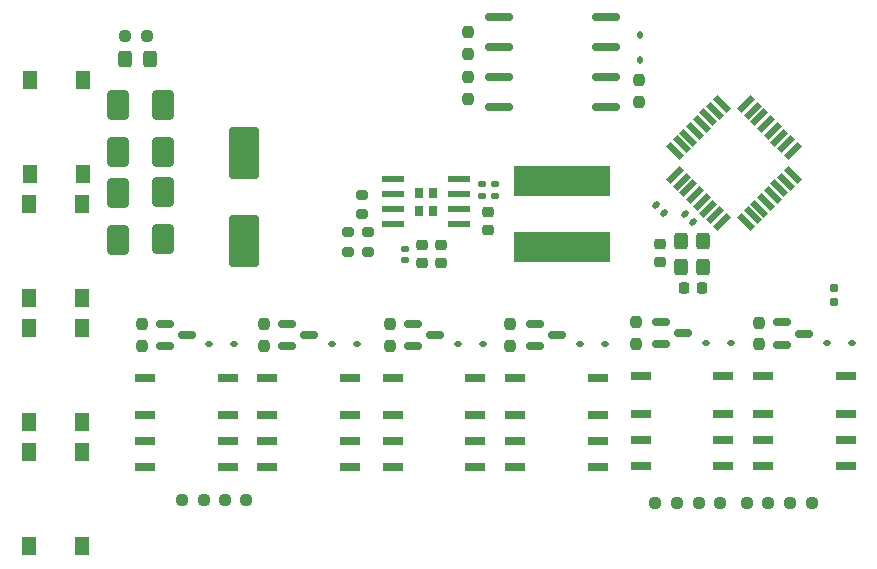
<source format=gbr>
%TF.GenerationSoftware,KiCad,Pcbnew,7.0.11*%
%TF.CreationDate,2024-05-04T00:10:21+02:00*%
%TF.ProjectId,OS-servoDriver_relay,4f532d73-6572-4766-9f44-72697665725f,rev?*%
%TF.SameCoordinates,Original*%
%TF.FileFunction,Paste,Top*%
%TF.FilePolarity,Positive*%
%FSLAX46Y46*%
G04 Gerber Fmt 4.6, Leading zero omitted, Abs format (unit mm)*
G04 Created by KiCad (PCBNEW 7.0.11) date 2024-05-04 00:10:21*
%MOMM*%
%LPD*%
G01*
G04 APERTURE LIST*
G04 Aperture macros list*
%AMRoundRect*
0 Rectangle with rounded corners*
0 $1 Rounding radius*
0 $2 $3 $4 $5 $6 $7 $8 $9 X,Y pos of 4 corners*
0 Add a 4 corners polygon primitive as box body*
4,1,4,$2,$3,$4,$5,$6,$7,$8,$9,$2,$3,0*
0 Add four circle primitives for the rounded corners*
1,1,$1+$1,$2,$3*
1,1,$1+$1,$4,$5*
1,1,$1+$1,$6,$7*
1,1,$1+$1,$8,$9*
0 Add four rect primitives between the rounded corners*
20,1,$1+$1,$2,$3,$4,$5,0*
20,1,$1+$1,$4,$5,$6,$7,0*
20,1,$1+$1,$6,$7,$8,$9,0*
20,1,$1+$1,$8,$9,$2,$3,0*%
%AMRotRect*
0 Rectangle, with rotation*
0 The origin of the aperture is its center*
0 $1 length*
0 $2 width*
0 $3 Rotation angle, in degrees counterclockwise*
0 Add horizontal line*
21,1,$1,$2,0,0,$3*%
G04 Aperture macros list end*
%ADD10RoundRect,0.140000X0.219203X0.021213X0.021213X0.219203X-0.219203X-0.021213X-0.021213X-0.219203X0*%
%ADD11RoundRect,0.237500X0.237500X-0.250000X0.237500X0.250000X-0.237500X0.250000X-0.237500X-0.250000X0*%
%ADD12RoundRect,0.112500X-0.187500X-0.112500X0.187500X-0.112500X0.187500X0.112500X-0.187500X0.112500X0*%
%ADD13RoundRect,0.225000X-0.250000X0.225000X-0.250000X-0.225000X0.250000X-0.225000X0.250000X0.225000X0*%
%ADD14RoundRect,0.140000X0.170000X-0.140000X0.170000X0.140000X-0.170000X0.140000X-0.170000X-0.140000X0*%
%ADD15RoundRect,0.250000X0.650000X-1.000000X0.650000X1.000000X-0.650000X1.000000X-0.650000X-1.000000X0*%
%ADD16RoundRect,0.112500X0.112500X-0.187500X0.112500X0.187500X-0.112500X0.187500X-0.112500X-0.187500X0*%
%ADD17RoundRect,0.225000X0.250000X-0.225000X0.250000X0.225000X-0.250000X0.225000X-0.250000X-0.225000X0*%
%ADD18R,1.800000X0.800000*%
%ADD19RoundRect,0.250000X-0.650000X1.000000X-0.650000X-1.000000X0.650000X-1.000000X0.650000X1.000000X0*%
%ADD20RoundRect,0.160000X0.160000X-0.197500X0.160000X0.197500X-0.160000X0.197500X-0.160000X-0.197500X0*%
%ADD21RoundRect,0.237500X0.250000X0.237500X-0.250000X0.237500X-0.250000X-0.237500X0.250000X-0.237500X0*%
%ADD22R,1.300000X1.550000*%
%ADD23R,1.910000X0.610000*%
%ADD24R,0.723000X0.930000*%
%ADD25RoundRect,0.250000X-1.000000X1.950000X-1.000000X-1.950000X1.000000X-1.950000X1.000000X1.950000X0*%
%ADD26RoundRect,0.150000X-0.587500X-0.150000X0.587500X-0.150000X0.587500X0.150000X-0.587500X0.150000X0*%
%ADD27RoundRect,0.200000X0.275000X-0.200000X0.275000X0.200000X-0.275000X0.200000X-0.275000X-0.200000X0*%
%ADD28R,8.200000X2.600000*%
%ADD29RoundRect,0.162500X1.012500X0.162500X-1.012500X0.162500X-1.012500X-0.162500X1.012500X-0.162500X0*%
%ADD30RoundRect,0.300000X-0.300000X0.400000X-0.300000X-0.400000X0.300000X-0.400000X0.300000X0.400000X0*%
%ADD31RotRect,1.600000X0.550000X45.000000*%
%ADD32RotRect,1.600000X0.550000X135.000000*%
%ADD33RoundRect,0.225000X-0.225000X-0.250000X0.225000X-0.250000X0.225000X0.250000X-0.225000X0.250000X0*%
%ADD34RoundRect,0.200000X-0.275000X0.200000X-0.275000X-0.200000X0.275000X-0.200000X0.275000X0.200000X0*%
%ADD35RoundRect,0.237500X-0.250000X-0.237500X0.250000X-0.237500X0.250000X0.237500X-0.250000X0.237500X0*%
%ADD36RoundRect,0.250000X0.325000X0.450000X-0.325000X0.450000X-0.325000X-0.450000X0.325000X-0.450000X0*%
G04 APERTURE END LIST*
D10*
%TO.C,C204*%
X227923411Y-123275411D03*
X227244589Y-122596589D03*
%TD*%
D11*
%TO.C,R703*%
X183769000Y-134516500D03*
X183769000Y-132691500D03*
%TD*%
D12*
%TO.C,D801*%
X210532000Y-134366000D03*
X212632000Y-134366000D03*
%TD*%
D13*
%TO.C,C901*%
X213025500Y-123177000D03*
X213025500Y-124727000D03*
%TD*%
D14*
%TO.C,C906*%
X206040500Y-127224000D03*
X206040500Y-126264000D03*
%TD*%
D15*
%TO.C,D1101*%
X185547000Y-118108000D03*
X185547000Y-114108000D03*
%TD*%
D16*
%TO.C,D1001*%
X225937000Y-110293000D03*
X225937000Y-108193000D03*
%TD*%
D17*
%TO.C,C201*%
X227641990Y-127429583D03*
X227641990Y-125879583D03*
%TD*%
D18*
%TO.C,K802*%
X215323646Y-137200000D03*
X215323646Y-140400000D03*
X215323646Y-142600000D03*
X215323646Y-144800000D03*
X222323646Y-144800000D03*
X222323646Y-142600000D03*
X222323646Y-140400000D03*
X222323646Y-137200000D03*
%TD*%
%TO.C,K701*%
X184000000Y-137200000D03*
X184000000Y-140400000D03*
X184000000Y-142600000D03*
X184000000Y-144800000D03*
X191000000Y-144800000D03*
X191000000Y-142600000D03*
X191000000Y-140400000D03*
X191000000Y-137200000D03*
%TD*%
D19*
%TO.C,D1103*%
X185527000Y-121474000D03*
X185527000Y-125474000D03*
%TD*%
D14*
%TO.C,C902*%
X212517500Y-121793000D03*
X212517500Y-120833000D03*
%TD*%
D20*
%TO.C,R202*%
X242316000Y-130772500D03*
X242316000Y-129577500D03*
%TD*%
D11*
%TO.C,R803*%
X204724000Y-134516500D03*
X204724000Y-132691500D03*
%TD*%
D21*
%TO.C,R201*%
X184181000Y-108245000D03*
X182356000Y-108245000D03*
%TD*%
D22*
%TO.C,SW604*%
X174250000Y-119975000D03*
X174250000Y-112025000D03*
X178750000Y-119975000D03*
X178750000Y-112025000D03*
%TD*%
D23*
%TO.C,U901*%
X210566000Y-124206000D03*
X210566000Y-122936000D03*
X210566000Y-121666000D03*
X210566000Y-120396000D03*
X205006000Y-120396000D03*
X205006000Y-121666000D03*
X205006000Y-122936000D03*
X205006000Y-124206000D03*
D24*
X208388500Y-123076000D03*
X208388500Y-121526000D03*
X207183500Y-123076000D03*
X207183500Y-121526000D03*
%TD*%
D18*
%TO.C,K901*%
X225973646Y-137099000D03*
X225973646Y-140299000D03*
X225973646Y-142499000D03*
X225973646Y-144699000D03*
X232973646Y-144699000D03*
X232973646Y-142499000D03*
X232973646Y-140299000D03*
X232973646Y-137099000D03*
%TD*%
D25*
%TO.C,C1101*%
X192405000Y-118203000D03*
X192405000Y-125603000D03*
%TD*%
D22*
%TO.C,SW601*%
X174153000Y-151475000D03*
X174153000Y-143525000D03*
X178653000Y-151475000D03*
X178653000Y-143525000D03*
%TD*%
D26*
%TO.C,Q802*%
X216994500Y-132654000D03*
X216994500Y-134554000D03*
X218869500Y-133604000D03*
%TD*%
D27*
%TO.C,R901*%
X201214500Y-126555000D03*
X201214500Y-124905000D03*
%TD*%
D17*
%TO.C,C905*%
X209088500Y-127521000D03*
X209088500Y-125971000D03*
%TD*%
D21*
%TO.C,R905*%
X240458000Y-147828000D03*
X238633000Y-147828000D03*
%TD*%
D11*
%TO.C,R704*%
X194056000Y-134516500D03*
X194056000Y-132691500D03*
%TD*%
%TO.C,R907*%
X235966000Y-134389500D03*
X235966000Y-132564500D03*
%TD*%
D28*
%TO.C,L901*%
X219329000Y-120517000D03*
X219329000Y-126117000D03*
%TD*%
D26*
%TO.C,Q901*%
X227711000Y-132466000D03*
X227711000Y-134366000D03*
X229586000Y-133416000D03*
%TD*%
D12*
%TO.C,D701*%
X189450000Y-134366000D03*
X191550000Y-134366000D03*
%TD*%
D29*
%TO.C,U1001*%
X223012000Y-114300000D03*
X223012000Y-111760000D03*
X223012000Y-109220000D03*
X223012000Y-106680000D03*
X213962000Y-106680000D03*
X213962000Y-109220000D03*
X213962000Y-111760000D03*
X213962000Y-114300000D03*
%TD*%
D27*
%TO.C,R902*%
X202357500Y-123380000D03*
X202357500Y-121730000D03*
%TD*%
D21*
%TO.C,R802*%
X232711000Y-147828000D03*
X230886000Y-147828000D03*
%TD*%
D12*
%TO.C,D702*%
X199864000Y-134366000D03*
X201964000Y-134366000D03*
%TD*%
D11*
%TO.C,R1001*%
X225810000Y-113838500D03*
X225810000Y-112013500D03*
%TD*%
D18*
%TO.C,K702*%
X194350000Y-137200000D03*
X194350000Y-140400000D03*
X194350000Y-142600000D03*
X194350000Y-144800000D03*
X201350000Y-144800000D03*
X201350000Y-142600000D03*
X201350000Y-140400000D03*
X201350000Y-137200000D03*
%TD*%
D21*
%TO.C,R702*%
X192579000Y-147574000D03*
X190754000Y-147574000D03*
%TD*%
D11*
%TO.C,R906*%
X225600500Y-134328500D03*
X225600500Y-132503500D03*
%TD*%
D30*
%TO.C,Y201*%
X229392990Y-125597583D03*
X229392990Y-127797583D03*
X231292990Y-127797583D03*
X231292990Y-125597583D03*
%TD*%
D18*
%TO.C,K902*%
X236323646Y-137099000D03*
X236323646Y-140299000D03*
X236323646Y-142499000D03*
X236323646Y-144699000D03*
X243323646Y-144699000D03*
X243323646Y-142499000D03*
X243323646Y-140299000D03*
X243323646Y-137099000D03*
%TD*%
D26*
%TO.C,Q702*%
X196039500Y-132654000D03*
X196039500Y-134554000D03*
X197914500Y-133604000D03*
%TD*%
D22*
%TO.C,SW602*%
X174153000Y-140975000D03*
X174153000Y-133025000D03*
X178653000Y-140975000D03*
X178653000Y-133025000D03*
%TD*%
D14*
%TO.C,C903*%
X213660500Y-121793000D03*
X213660500Y-120833000D03*
%TD*%
D12*
%TO.C,D802*%
X220819000Y-134366000D03*
X222919000Y-134366000D03*
%TD*%
D19*
%TO.C,D1102*%
X181737000Y-114110000D03*
X181737000Y-118110000D03*
%TD*%
D31*
%TO.C,U202*%
X228888887Y-120049888D03*
X229454573Y-120615573D03*
X230020258Y-121181259D03*
X230585943Y-121746944D03*
X231151629Y-122312630D03*
X231717314Y-122878315D03*
X232283000Y-123444000D03*
X232848685Y-124009686D03*
D32*
X234899295Y-124009686D03*
X235464980Y-123444000D03*
X236030666Y-122878315D03*
X236596351Y-122312630D03*
X237162037Y-121746944D03*
X237727722Y-121181259D03*
X238293407Y-120615573D03*
X238859093Y-120049888D03*
D31*
X238859093Y-117999278D03*
X238293407Y-117433593D03*
X237727722Y-116867907D03*
X237162037Y-116302222D03*
X236596351Y-115736536D03*
X236030666Y-115170851D03*
X235464980Y-114605166D03*
X234899295Y-114039480D03*
D32*
X232848685Y-114039480D03*
X232283000Y-114605166D03*
X231717314Y-115170851D03*
X231151629Y-115736536D03*
X230585943Y-116302222D03*
X230020258Y-116867907D03*
X229454573Y-117433593D03*
X228888887Y-117999278D03*
%TD*%
D26*
%TO.C,Q701*%
X185704000Y-132654000D03*
X185704000Y-134554000D03*
X187579000Y-133604000D03*
%TD*%
D33*
%TO.C,C203*%
X229628990Y-129575583D03*
X231178990Y-129575583D03*
%TD*%
D15*
%TO.C,D1104*%
X181737000Y-125569000D03*
X181737000Y-121569000D03*
%TD*%
D34*
%TO.C,R903*%
X202865500Y-124905000D03*
X202865500Y-126555000D03*
%TD*%
D26*
%TO.C,Q902*%
X237949500Y-132527000D03*
X237949500Y-134427000D03*
X239824500Y-133477000D03*
%TD*%
D35*
%TO.C,R904*%
X234950000Y-147828000D03*
X236775000Y-147828000D03*
%TD*%
D36*
%TO.C,D201*%
X184404000Y-110236000D03*
X182354000Y-110236000D03*
%TD*%
D35*
%TO.C,R701*%
X187174500Y-147574000D03*
X188999500Y-147574000D03*
%TD*%
D11*
%TO.C,R1003*%
X211332000Y-109774500D03*
X211332000Y-107949500D03*
%TD*%
%TO.C,R1002*%
X211332000Y-113584500D03*
X211332000Y-111759500D03*
%TD*%
%TO.C,R804*%
X214884000Y-134516500D03*
X214884000Y-132691500D03*
%TD*%
D10*
%TO.C,C202*%
X230403990Y-123987583D03*
X229725168Y-123308761D03*
%TD*%
D12*
%TO.C,D901*%
X231487000Y-134239000D03*
X233587000Y-134239000D03*
%TD*%
D35*
%TO.C,R801*%
X227226500Y-147828000D03*
X229051500Y-147828000D03*
%TD*%
D17*
%TO.C,C904*%
X207422500Y-127521000D03*
X207422500Y-125971000D03*
%TD*%
D26*
%TO.C,Q801*%
X206707500Y-132654000D03*
X206707500Y-134554000D03*
X208582500Y-133604000D03*
%TD*%
D18*
%TO.C,K801*%
X204973646Y-137200000D03*
X204973646Y-140400000D03*
X204973646Y-142600000D03*
X204973646Y-144800000D03*
X211973646Y-144800000D03*
X211973646Y-142600000D03*
X211973646Y-140400000D03*
X211973646Y-137200000D03*
%TD*%
D22*
%TO.C,SW603*%
X174153000Y-130475000D03*
X174153000Y-122525000D03*
X178653000Y-130475000D03*
X178653000Y-122525000D03*
%TD*%
D12*
%TO.C,D902*%
X241774000Y-134239000D03*
X243874000Y-134239000D03*
%TD*%
M02*

</source>
